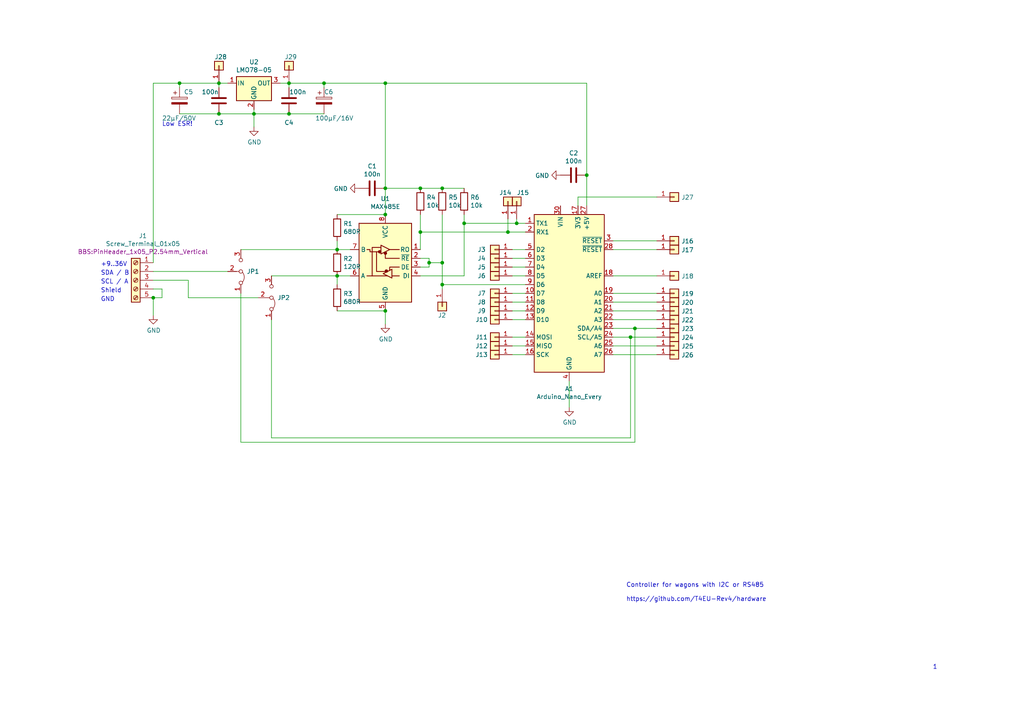
<source format=kicad_sch>
(kicad_sch (version 20211123) (generator eeschema)
  (paper "A4")
  (lib_symbols
    (symbol "Connector:Screw_Terminal_01x05" (pin_names (offset 1.016) hide)
      (property "Reference" "J" (at 0 7.62 0))
      (property "Value" "Screw_Terminal_01x05" (at 0 -7.62 0))
      (symbol "Screw_Terminal_01x05_1_1"
        (rectangle (start -1.27 6.35) (end 1.27 -6.35) (stroke (width 0.254)) (fill (type background)))
        (circle (center 0 -5.08) (radius 0.635) (stroke (width 0.1524)))
        (circle (center 0 -2.54) (radius 0.635) (stroke (width 0.1524)))
        (polyline (pts (xy -0.5334 -4.7498) (xy 0.3302 -5.588)) (stroke (width 0.1524)))
        (polyline (pts (xy -0.5334 -2.2098) (xy 0.3302 -3.048)) (stroke (width 0.1524)))
        (polyline (pts (xy -0.5334 0.3302) (xy 0.3302 -0.508)) (stroke (width 0.1524)))
        (polyline (pts (xy -0.5334 2.8702) (xy 0.3302 2.032)) (stroke (width 0.1524)))
        (polyline (pts (xy -0.5334 5.4102) (xy 0.3302 4.572)) (stroke (width 0.1524)))
        (polyline (pts (xy -0.3556 -4.572) (xy 0.508 -5.4102)) (stroke (width 0.1524)))
        (polyline (pts (xy -0.3556 -2.032) (xy 0.508 -2.8702)) (stroke (width 0.1524)))
        (polyline (pts (xy -0.3556 0.508) (xy 0.508 -0.3302)) (stroke (width 0.1524)))
        (polyline (pts (xy -0.3556 3.048) (xy 0.508 2.2098)) (stroke (width 0.1524)))
        (polyline (pts (xy -0.3556 5.588) (xy 0.508 4.7498)) (stroke (width 0.1524)))
        (circle (center 0 0) (radius 0.635) (stroke (width 0.1524)))
        (circle (center 0 2.54) (radius 0.635) (stroke (width 0.1524)))
        (circle (center 0 5.08) (radius 0.635) (stroke (width 0.1524)))
        (pin passive line (at -5.08 5.08 0) (length 3.81) (name "Pin_1") (number "1"))
        (pin passive line (at -5.08 2.54 0) (length 3.81) (name "Pin_2") (number "2"))
        (pin passive line (at -5.08 0 0) (length 3.81) (name "Pin_3") (number "3"))
        (pin passive line (at -5.08 -2.54 0) (length 3.81) (name "Pin_4") (number "4"))
        (pin passive line (at -5.08 -5.08 0) (length 3.81) (name "Pin_5") (number "5"))
      )
    )
    (symbol "Connector_Generic:Conn_01x01" (pin_names (offset 1.016) hide)
      (property "Reference" "J" (at 0 2.54 0))
      (property "Value" "Conn_01x01" (at 0 -2.54 0))
      (symbol "Conn_01x01_1_1"
        (rectangle (start -1.27 0.127) (end 0 -0.127) (stroke (width 0.1524)))
        (rectangle (start -1.27 1.27) (end 1.27 -1.27) (stroke (width 0.254)) (fill (type background)))
        (pin passive line (at -5.08 0 0) (length 3.81) (name "Pin_1") (number "1"))
      )
    )
    (symbol "Device:C" (pin_numbers hide) (pin_names (offset 0.254))
      (property "Reference" "C" (at 0.635 2.54 0))
      (property "Value" "C" (at 0.635 -2.54 0))
      (symbol "C_0_1"
        (polyline (pts (xy -2.032 -0.762) (xy 2.032 -0.762)) (stroke (width 0.508)))
        (polyline (pts (xy -2.032 0.762) (xy 2.032 0.762)) (stroke (width 0.508)))
      )
      (symbol "C_1_1"
        (pin passive line (at 0 3.81 270) (length 2.794) (name "~") (number "1"))
        (pin passive line (at 0 -3.81 90) (length 2.794) (name "~") (number "2"))
      )
    )
    (symbol "Device:R" (pin_numbers hide) (pin_names (offset 0))
      (property "Reference" "R" (at 2.032 0 90))
      (property "Value" "R" (at 0 0 90))
      (symbol "R_0_1"
        (rectangle (start -1.016 -2.54) (end 1.016 2.54) (stroke (width 0.254)))
      )
      (symbol "R_1_1"
        (pin passive line (at 0 3.81 270) (length 1.27) (name "~") (number "1"))
        (pin passive line (at 0 -3.81 90) (length 1.27) (name "~") (number "2"))
      )
    )
    (symbol "Interface_UART:MAX485E"
      (property "Reference" "U" (at -6.096 11.43 0))
      (property "Value" "MAX485E" (at 0.762 11.43 0))
      (symbol "MAX485E_0_1"
        (rectangle (start -7.62 10.16) (end 7.62 -12.7) (stroke (width 0.254)) (fill (type background)))
        (circle (center -0.3048 -3.683) (radius 0.3556) (stroke (width 0.254)) (fill (type outline)))
        (circle (center -0.0254 1.4986) (radius 0.3556) (stroke (width 0.254)) (fill (type outline)))
        (polyline (pts (xy -4.064 -5.08) (xy -1.905 -5.08)) (stroke (width 0.254)))
        (polyline (pts (xy -4.064 2.54) (xy -1.27 2.54)) (stroke (width 0.254)))
        (polyline (pts (xy -1.27 -3.2004) (xy -1.27 -3.4544)) (stroke (width 0.254)))
        (polyline (pts (xy -0.635 -5.08) (xy 5.334 -5.08)) (stroke (width 0.254)))
        (polyline (pts (xy -4.064 -2.54) (xy -1.27 -2.54) (xy -1.27 -3.175)) (stroke (width 0.254)))
        (polyline (pts (xy 0 1.27) (xy 0 0) (xy -4.064 0)) (stroke (width 0.254)))
        (polyline (pts (xy 1.27 3.175) (xy 3.81 3.175) (xy 3.81 -5.08)) (stroke (width 0.254)))
        (polyline (pts (xy 2.54 1.905) (xy 2.54 -3.81) (xy 0 -3.81)) (stroke (width 0.254)))
        (polyline (pts (xy -1.905 -3.175) (xy -1.905 -5.715) (xy 0.635 -4.445) (xy -1.905 -3.175)) (stroke (width 0.254)))
        (polyline (pts (xy -1.27 2.54) (xy 1.27 3.81) (xy 1.27 1.27) (xy -1.27 2.54)) (stroke (width 0.254)))
        (polyline (pts (xy 1.905 1.905) (xy 4.445 1.905) (xy 4.445 2.54) (xy 5.334 2.54)) (stroke (width 0.254)))
        (rectangle (start 1.27 3.175) (end 1.27 3.175))
        (circle (center 1.651 1.905) (radius 0.3556) (stroke (width 0.254)) (fill (type outline)))
      )
      (symbol "MAX485E_1_1"
        (pin output line (at -10.16 2.54 0) (length 2.54) (name "RO") (number "1"))
        (pin input line (at -10.16 0 0) (length 2.54) (name "~{RE}") (number "2"))
        (pin input line (at -10.16 -2.54 0) (length 2.54) (name "DE") (number "3"))
        (pin input line (at -10.16 -5.08 0) (length 2.54) (name "DI") (number "4"))
        (pin power_in line (at 0 -15.24 90) (length 2.54) (name "GND") (number "5"))
        (pin bidirectional line (at 10.16 -5.08 180) (length 2.54) (name "A") (number "6"))
        (pin bidirectional line (at 10.16 2.54 180) (length 2.54) (name "B") (number "7"))
        (pin power_in line (at 0 12.7 270) (length 2.54) (name "VCC") (number "8"))
      )
    )
    (symbol "MCU_Module:Arduino_Nano_Every"
      (property "Reference" "A" (at -10.16 23.495 0))
      (property "Value" "Arduino_Nano_Every" (at 5.08 -24.13 0))
      (symbol "Arduino_Nano_Every_0_1"
        (rectangle (start -10.16 22.86) (end 10.16 -22.86) (stroke (width 0.254)) (fill (type background)))
      )
      (symbol "Arduino_Nano_Every_1_1"
        (pin bidirectional line (at -12.7 20.32 0) (length 2.54) (name "TX1") (number "1"))
        (pin bidirectional line (at -12.7 0 0) (length 2.54) (name "D7") (number "10"))
        (pin bidirectional line (at -12.7 -2.54 0) (length 2.54) (name "D8") (number "11"))
        (pin bidirectional line (at -12.7 -5.08 0) (length 2.54) (name "D9") (number "12"))
        (pin bidirectional line (at -12.7 -7.62 0) (length 2.54) (name "D10") (number "13"))
        (pin bidirectional line (at -12.7 -12.7 0) (length 2.54) (name "MOSI") (number "14"))
        (pin bidirectional line (at -12.7 -15.24 0) (length 2.54) (name "MISO") (number "15"))
        (pin bidirectional line (at -12.7 -17.78 0) (length 2.54) (name "SCK") (number "16"))
        (pin power_out line (at 2.54 25.4 270) (length 2.54) (name "3V3") (number "17"))
        (pin input line (at 12.7 5.08 180) (length 2.54) (name "AREF") (number "18"))
        (pin bidirectional line (at 12.7 0 180) (length 2.54) (name "A0") (number "19"))
        (pin bidirectional line (at -12.7 17.78 0) (length 2.54) (name "RX1") (number "2"))
        (pin bidirectional line (at 12.7 -2.54 180) (length 2.54) (name "A1") (number "20"))
        (pin bidirectional line (at 12.7 -5.08 180) (length 2.54) (name "A2") (number "21"))
        (pin bidirectional line (at 12.7 -7.62 180) (length 2.54) (name "A3") (number "22"))
        (pin bidirectional line (at 12.7 -10.16 180) (length 2.54) (name "SDA/A4") (number "23"))
        (pin bidirectional line (at 12.7 -12.7 180) (length 2.54) (name "SCL/A5") (number "24"))
        (pin bidirectional line (at 12.7 -15.24 180) (length 2.54) (name "A6") (number "25"))
        (pin bidirectional line (at 12.7 -17.78 180) (length 2.54) (name "A7") (number "26"))
        (pin power_out line (at 5.08 25.4 270) (length 2.54) (name "+5V") (number "27"))
        (pin input line (at 12.7 12.7 180) (length 2.54) (name "~{RESET}") (number "28"))
        (pin passive line (at 0 -25.4 90) (length 2.54) hide (name "GND") (number "29"))
        (pin input line (at 12.7 15.24 180) (length 2.54) (name "~{RESET}") (number "3"))
        (pin power_in line (at -2.54 25.4 270) (length 2.54) (name "VIN") (number "30"))
        (pin power_in line (at 0 -25.4 90) (length 2.54) (name "GND") (number "4"))
        (pin bidirectional line (at -12.7 12.7 0) (length 2.54) (name "D2") (number "5"))
        (pin bidirectional line (at -12.7 10.16 0) (length 2.54) (name "D3") (number "6"))
        (pin bidirectional line (at -12.7 7.62 0) (length 2.54) (name "D4") (number "7"))
        (pin bidirectional line (at -12.7 5.08 0) (length 2.54) (name "D5") (number "8"))
        (pin bidirectional line (at -12.7 2.54 0) (length 2.54) (name "D6") (number "9"))
      )
    )
    (symbol "Regulator_Linear:L7805" (pin_names (offset 0.254))
      (property "Reference" "U" (at -3.81 3.175 0))
      (property "Value" "L7805" (at 0 3.175 0))
      (symbol "L7805_0_1"
        (rectangle (start -5.08 1.905) (end 5.08 -5.08) (stroke (width 0.254)) (fill (type background)))
      )
      (symbol "L7805_1_1"
        (pin power_in line (at -7.62 0 0) (length 2.54) (name "IN") (number "1"))
        (pin power_in line (at 0 -7.62 90) (length 2.54) (name "GND") (number "2"))
        (pin power_out line (at 7.62 0 180) (length 2.54) (name "OUT") (number "3"))
      )
    )
    (symbol "Wagon-rescue:CP-Device" (pin_numbers hide) (pin_names (offset 0.254))
      (property "Reference" "C" (at 0.635 2.54 0))
      (property "Value" "CP-Device" (at 0.635 -2.54 0))
      (symbol "CP-Device_0_1"
        (rectangle (start -2.286 0.508) (end 2.286 1.016))
        (polyline (pts (xy -1.778 2.286) (xy -0.762 2.286)))
        (polyline (pts (xy -1.27 2.794) (xy -1.27 1.778)))
        (rectangle (start 2.286 -0.508) (end -2.286 -1.016) (fill (type outline)))
      )
      (symbol "CP-Device_1_1"
        (pin passive line (at 0 3.81 270) (length 2.794) (name "~") (number "1"))
        (pin passive line (at 0 -3.81 90) (length 2.794) (name "~") (number "2"))
      )
    )
    (symbol "Wagon-rescue:Jumper_3_Bridged12-Jumper" (pin_names (offset 0) hide)
      (property "Reference" "JP" (at -2.54 -2.54 0))
      (property "Value" "Jumper_3_Bridged12-Jumper" (at 0 2.794 0))
      (symbol "Jumper_3_Bridged12-Jumper_0_0"
        (circle (center -3.302 0) (radius 0.508))
        (circle (center 0 0) (radius 0.508))
        (circle (center 3.302 0) (radius 0.508))
      )
      (symbol "Jumper_3_Bridged12-Jumper_0_1"
        (arc (start -0.254 0.508) (mid -1.651 0.9912) (end -3.048 0.508))
        (polyline (pts (xy 0 -1.27) (xy 0 -0.508)))
      )
      (symbol "Jumper_3_Bridged12-Jumper_1_1"
        (pin passive line (at -6.35 0 0) (length 2.54) (name "A") (number "1"))
        (pin input line (at 0 -3.81 90) (length 2.54) (name "C") (number "2"))
        (pin passive line (at 6.35 0 180) (length 2.54) (name "B") (number "3"))
      )
    )
    (symbol "power:GND" (power) (pin_names (offset 0))
      (property "Value" "GND" (at 0 -3.81 0))
      (symbol "GND_0_1"
        (polyline (pts (xy 0 0) (xy 0 -1.27) (xy 1.27 -1.27) (xy 0 -2.54) (xy -1.27 -1.27) (xy 0 -1.27)))
      )
      (symbol "GND_1_1"
        (pin power_in line (at 0 0 270) (length 0) hide (name "GND") (number "1"))
      )
    )
  )
  (junction (at 111.76 54.61))
  (junction (at 97.79 72.39))
  (junction (at 52.07 24.13))
  (junction (at 63.5 33.02))
  (junction (at 134.62 64.77))
  (junction (at 128.27 54.61))
  (junction (at 184.15 95.25))
  (junction (at 93.98 24.13))
  (junction (at 128.27 76.2))
  (junction (at 63.5 24.13))
  (junction (at 97.79 80.01))
  (junction (at 149.86 64.77))
  (junction (at 83.82 24.13))
  (junction (at 111.76 90.17))
  (junction (at 170.18 50.8))
  (junction (at 111.76 24.13))
  (junction (at 44.45 86.36))
  (junction (at 111.76 62.23))
  (junction (at 147.32 67.31))
  (junction (at 83.82 33.02))
  (junction (at 121.92 67.31))
  (junction (at 121.92 54.61))
  (junction (at 73.66 33.02))
  (junction (at 128.27 82.55))
  (junction (at 124.46 76.2))
  (junction (at 182.88 97.79))
  (wire (pts (xy 93.98 33.02) (xy 83.82 33.02)))
  (wire (pts (xy 128.27 62.23) (xy 128.27 76.2)))
  (wire (pts (xy 121.92 62.23) (xy 121.92 67.31)))
  (wire (pts (xy 44.45 78.74) (xy 66.04 78.74)))
  (wire (pts (xy 111.76 90.17) (xy 111.76 93.98)))
  (wire (pts (xy 52.07 25.4) (xy 52.07 24.13)))
  (wire (pts (xy 190.5 57.15) (xy 167.64 57.15)))
  (wire (pts (xy 128.27 54.61) (xy 134.62 54.61)))
  (wire (pts (xy 148.59 74.93) (xy 152.4 74.93)))
  (wire (pts (xy 148.59 80.01) (xy 152.4 80.01)))
  (wire (pts (xy 111.76 54.61) (xy 121.92 54.61)))
  (wire (pts (xy 121.92 54.61) (xy 128.27 54.61)))
  (wire (pts (xy 128.27 76.2) (xy 124.46 76.2)))
  (wire (pts (xy 134.62 62.23) (xy 134.62 64.77)))
  (wire (pts (xy 97.79 69.85) (xy 97.79 72.39)))
  (wire (pts (xy 170.18 24.13) (xy 170.18 50.8)))
  (wire (pts (xy 111.76 24.13) (xy 170.18 24.13)))
  (wire (pts (xy 177.8 92.71) (xy 190.5 92.71)))
  (wire (pts (xy 46.99 86.36) (xy 44.45 86.36)))
  (wire (pts (xy 52.07 24.13) (xy 63.5 24.13)))
  (wire (pts (xy 170.18 50.8) (xy 170.18 59.69)))
  (wire (pts (xy 182.88 97.79) (xy 190.5 97.79)))
  (wire (pts (xy 44.45 24.13) (xy 52.07 24.13)))
  (wire (pts (xy 177.8 97.79) (xy 182.88 97.79)))
  (wire (pts (xy 148.59 77.47) (xy 152.4 77.47)))
  (wire (pts (xy 78.74 80.01) (xy 97.79 80.01)))
  (wire (pts (xy 148.59 100.33) (xy 152.4 100.33)))
  (wire (pts (xy 148.59 85.09) (xy 152.4 85.09)))
  (wire (pts (xy 148.59 97.79) (xy 152.4 97.79)))
  (wire (pts (xy 124.46 76.2) (xy 124.46 77.47)))
  (wire (pts (xy 177.8 87.63) (xy 190.5 87.63)))
  (wire (pts (xy 134.62 64.77) (xy 134.62 80.01)))
  (wire (pts (xy 63.5 24.13) (xy 66.04 24.13)))
  (wire (pts (xy 177.8 85.09) (xy 190.5 85.09)))
  (wire (pts (xy 182.88 97.79) (xy 182.88 127)))
  (wire (pts (xy 78.74 127) (xy 182.88 127)))
  (wire (pts (xy 121.92 67.31) (xy 121.92 72.39)))
  (wire (pts (xy 44.45 81.28) (xy 54.61 81.28)))
  (wire (pts (xy 73.66 31.75) (xy 73.66 33.02)))
  (wire (pts (xy 83.82 24.13) (xy 83.82 25.4)))
  (wire (pts (xy 152.4 82.55) (xy 128.27 82.55)))
  (wire (pts (xy 149.86 63.5) (xy 149.86 64.77)))
  (wire (pts (xy 44.45 24.13) (xy 44.45 76.2)))
  (wire (pts (xy 177.8 69.85) (xy 190.5 69.85)))
  (wire (pts (xy 148.59 102.87) (xy 152.4 102.87)))
  (wire (pts (xy 177.8 72.39) (xy 190.5 72.39)))
  (wire (pts (xy 167.64 57.15) (xy 167.64 59.69)))
  (wire (pts (xy 134.62 80.01) (xy 121.92 80.01)))
  (wire (pts (xy 177.8 90.17) (xy 190.5 90.17)))
  (wire (pts (xy 46.99 83.82) (xy 46.99 86.36)))
  (wire (pts (xy 44.45 86.36) (xy 44.45 91.44)))
  (wire (pts (xy 124.46 77.47) (xy 121.92 77.47)))
  (wire (pts (xy 63.5 25.4) (xy 63.5 24.13)))
  (wire (pts (xy 184.15 95.25) (xy 190.5 95.25)))
  (wire (pts (xy 147.32 63.5) (xy 147.32 67.31)))
  (wire (pts (xy 177.8 102.87) (xy 190.5 102.87)))
  (wire (pts (xy 54.61 86.36) (xy 74.93 86.36)))
  (wire (pts (xy 69.85 128.27) (xy 184.15 128.27)))
  (wire (pts (xy 128.27 82.55) (xy 128.27 76.2)))
  (wire (pts (xy 97.79 72.39) (xy 101.6 72.39)))
  (wire (pts (xy 97.79 80.01) (xy 97.79 82.55)))
  (wire (pts (xy 78.74 92.71) (xy 78.74 127)))
  (wire (pts (xy 69.85 72.39) (xy 97.79 72.39)))
  (wire (pts (xy 149.86 64.77) (xy 134.62 64.77)))
  (wire (pts (xy 101.6 80.01) (xy 97.79 80.01)))
  (wire (pts (xy 83.82 33.02) (xy 73.66 33.02)))
  (wire (pts (xy 184.15 95.25) (xy 184.15 128.27)))
  (wire (pts (xy 111.76 54.61) (xy 111.76 62.23)))
  (wire (pts (xy 63.5 33.02) (xy 73.66 33.02)))
  (wire (pts (xy 124.46 74.93) (xy 124.46 76.2)))
  (wire (pts (xy 111.76 24.13) (xy 111.76 54.61)))
  (wire (pts (xy 165.1 110.49) (xy 165.1 118.11)))
  (wire (pts (xy 121.92 67.31) (xy 147.32 67.31)))
  (wire (pts (xy 128.27 83.82) (xy 128.27 82.55)))
  (wire (pts (xy 52.07 33.02) (xy 63.5 33.02)))
  (wire (pts (xy 148.59 72.39) (xy 152.4 72.39)))
  (wire (pts (xy 121.92 74.93) (xy 124.46 74.93)))
  (wire (pts (xy 73.66 33.02) (xy 73.66 36.83)))
  (wire (pts (xy 81.28 24.13) (xy 83.82 24.13)))
  (wire (pts (xy 177.8 80.01) (xy 190.5 80.01)))
  (wire (pts (xy 69.85 85.09) (xy 69.85 128.27)))
  (wire (pts (xy 44.45 83.82) (xy 46.99 83.82)))
  (wire (pts (xy 83.82 24.13) (xy 93.98 24.13)))
  (wire (pts (xy 177.8 95.25) (xy 184.15 95.25)))
  (wire (pts (xy 148.59 90.17) (xy 152.4 90.17)))
  (wire (pts (xy 97.79 90.17) (xy 111.76 90.17)))
  (wire (pts (xy 148.59 87.63) (xy 152.4 87.63)))
  (wire (pts (xy 152.4 64.77) (xy 149.86 64.77)))
  (wire (pts (xy 93.98 24.13) (xy 111.76 24.13)))
  (wire (pts (xy 93.98 25.4) (xy 93.98 24.13)))
  (wire (pts (xy 54.61 81.28) (xy 54.61 86.36)))
  (wire (pts (xy 148.59 92.71) (xy 152.4 92.71)))
  (wire (pts (xy 97.79 62.23) (xy 111.76 62.23)))
  (wire (pts (xy 177.8 100.33) (xy 190.5 100.33)))
  (wire (pts (xy 147.32 67.31) (xy 152.4 67.31)))
  (text "Shield" (at 29.21 85.09 0) (effects (font (size 1.27 1.27)) (justify left bottom)))
  (text "SCL / A" (at 29.21 82.55 0) (effects (font (size 1.27 1.27)) (justify left bottom)))
  (text "GND" (at 29.21 87.63 0) (effects (font (size 1.27 1.27)) (justify left bottom)))
  (text "+9..36V" (at 29.21 77.47 0) (effects (font (size 1.27 1.27)) (justify left bottom)))
  (text "Controller for wagons with I2C or RS485\n\nhttps://github.com/T4EU-Rev4/hardware " (at 181.61 174.625 0) (effects (font (size 1.27 1.27)) (justify left bottom)))
  (text "1" (at 270.51 194.31 0) (effects (font (size 1.27 1.27)) (justify left bottom)))
  (text "SDA / B" (at 29.21 80.01 0) (effects (font (size 1.27 1.27)) (justify left bottom)))
  (text "Low ESR!" (at 46.99 36.83 0) (effects (font (size 1.27 1.27)) (justify left bottom)))
  (symbol (lib_id "MCU_Module:Arduino_Nano_Every") (at 165.1 85.09 0) (unit 1)
    (property "Reference" "A1" (at 165.1 112.7506 0))
    (property "Value" "Arduino_Nano_Every" (at 165.1 115.062 0))
    (property "Footprint" "BBS:Arduino_Nano_WithMountingHoles" (effects hide))
    (property "Datasheet" "https://content.arduino.cc/assets/NANOEveryV3.0_sch.pdf" (effects hide))
  )
  (symbol (lib_id "Interface_UART:MAX485E") (at 111.76 74.93 0) (mirror y) (unit 1)
    (property "Reference" "U1" (at 111.76 57.6326 0))
    (property "Value" "MAX485E" (at 111.76 59.944 0))
    (property "Footprint" "Package_DIP:DIP-8_W7.62mm_LongPads" (effects hide))
    (property "Datasheet" "https://datasheets.maximintegrated.com/en/ds/MAX1487E-MAX491E.pdf" (effects hide))
  )
  (symbol (lib_id "Device:R") (at 121.92 58.42 0) (unit 1)
    (property "Reference" "R4" (at 123.698 57.2516 0) (effects (justify left)))
    (property "Value" "10k" (at 123.698 59.563 0) (effects (justify left)))
    (property "Footprint" "BBS:R_7.5" (effects hide))
  )
  (symbol (lib_id "Device:R") (at 128.27 58.42 0) (unit 1)
    (property "Reference" "R5" (at 130.048 57.2516 0) (effects (justify left)))
    (property "Value" "10k" (at 130.048 59.563 0) (effects (justify left)))
    (property "Footprint" "BBS:R_7.5" (effects hide))
  )
  (symbol (lib_id "Device:R") (at 134.62 58.42 0) (unit 1)
    (property "Reference" "R6" (at 136.398 57.2516 0) (effects (justify left)))
    (property "Value" "10k" (at 136.398 59.563 0) (effects (justify left)))
    (property "Footprint" "BBS:R_7.5" (effects hide))
  )
  (symbol (lib_id "Device:R") (at 97.79 66.04 0) (unit 1)
    (property "Reference" "R1" (at 99.568 64.8716 0) (effects (justify left)))
    (property "Value" "680R" (at 99.568 67.183 0) (effects (justify left)))
    (property "Footprint" "BBS:R_7.5" (effects hide))
  )
  (symbol (lib_id "Device:R") (at 97.79 76.2 0) (unit 1)
    (property "Reference" "R2" (at 99.568 75.0316 0) (effects (justify left)))
    (property "Value" "120R" (at 99.568 77.343 0) (effects (justify left)))
    (property "Footprint" "BBS:R_7.5" (effects hide))
  )
  (symbol (lib_id "Device:R") (at 97.79 86.36 0) (unit 1)
    (property "Reference" "R3" (at 99.568 85.1916 0) (effects (justify left)))
    (property "Value" "680R" (at 99.568 87.503 0) (effects (justify left)))
    (property "Footprint" "BBS:R_7.5" (effects hide))
  )
  (symbol (lib_id "Connector:Screw_Terminal_01x05") (at 39.37 81.28 0) (mirror y) (unit 1)
    (property "Reference" "J1" (at 41.4528 68.4022 0))
    (property "Value" "Screw_Terminal_01x05" (at 41.4528 70.7136 0))
    (property "Footprint" "BBS:PinHeader_1x05_P2.54mm_Vertical" (at 41.4528 73.025 0))
  )
  (symbol (lib_id "Device:C") (at 107.95 54.61 270) (unit 1)
    (property "Reference" "C1" (at 107.95 48.2092 90))
    (property "Value" "100n" (at 107.95 50.5206 90))
    (property "Footprint" "BBS:C_Rect_L7.0mm_W2.0mm_P5.00mm" (effects hide))
  )
  (symbol (lib_id "power:GND") (at 111.76 93.98 0) (unit 1)
    (property "Reference" "#PWR0101" (effects hide))
    (property "Value" "GND" (at 111.887 98.3742 0))
  )
  (symbol (lib_id "power:GND") (at 104.14 54.61 270) (unit 1)
    (property "Reference" "#PWR0102" (effects hide))
    (property "Value" "GND" (at 100.8888 54.737 90) (effects (justify right)))
  )
  (symbol (lib_id "power:GND") (at 44.45 91.44 0) (unit 1)
    (property "Reference" "#PWR0103" (effects hide))
    (property "Value" "GND" (at 44.577 95.8342 0))
  )
  (symbol (lib_id "power:GND") (at 73.66 36.83 0) (unit 1)
    (property "Reference" "#PWR0104" (effects hide))
    (property "Value" "GND" (at 73.787 41.2242 0))
  )
  (symbol (lib_id "Device:C") (at 166.37 50.8 90) (unit 1)
    (property "Reference" "C2" (at 166.37 44.3992 90))
    (property "Value" "100n" (at 166.37 46.7106 90))
    (property "Footprint" "BBS:C_Rect_L7.0mm_W2.0mm_P5.00mm" (effects hide))
  )
  (symbol (lib_id "power:GND") (at 162.56 50.8 270) (unit 1)
    (property "Reference" "#PWR0105" (effects hide))
    (property "Value" "GND" (at 159.3088 50.927 90) (effects (justify right)))
  )
  (symbol (lib_id "power:GND") (at 165.1 118.11 0) (unit 1)
    (property "Reference" "#PWR0106" (effects hide))
    (property "Value" "GND" (at 165.227 122.5042 0))
  )
  (symbol (lib_id "Wagon-rescue:Jumper_3_Bridged12-Jumper") (at 69.85 78.74 270) (mirror x) (unit 1)
    (property "Reference" "JP1" (at 71.5518 78.74 90) (effects (justify left)))
    (property "Value" "Jumper_3_Bridged12" (effects hide))
    (property "Footprint" "BBS:PinHeader_1x03_P2.54mm_Vertical" (effects hide))
  )
  (symbol (lib_id "Wagon-rescue:Jumper_3_Bridged12-Jumper") (at 78.74 86.36 270) (mirror x) (unit 1)
    (property "Reference" "JP2" (at 80.4418 86.36 90) (effects (justify left)))
    (property "Value" "Jumper_3_Bridged12" (effects hide))
    (property "Footprint" "BBS:PinHeader_1x03_P2.54mm_Vertical" (effects hide))
  )
  (symbol (lib_id "Connector_Generic:Conn_01x01") (at 195.58 69.85 0) (unit 1)
    (property "Reference" "J16" (at 197.612 69.9516 0) (effects (justify left)))
    (property "Value" "Conn_01x01" (effects hide))
    (property "Footprint" "BBS:TestPoint_THTPad_1.5x1.5mm_Drill0.7mm" (effects hide))
  )
  (symbol (lib_id "Connector_Generic:Conn_01x01") (at 195.58 72.39 0) (unit 1)
    (property "Reference" "J17" (at 197.612 72.4916 0) (effects (justify left)))
    (property "Value" "Conn_01x01" (effects hide))
    (property "Footprint" "BBS:TestPoint_THTPad_1.5x1.5mm_Drill0.7mm" (effects hide))
  )
  (symbol (lib_id "Connector_Generic:Conn_01x01") (at 195.58 80.01 0) (unit 1)
    (property "Reference" "J18" (at 197.612 80.1116 0) (effects (justify left)))
    (property "Value" "Conn_01x01" (effects hide))
    (property "Footprint" "BBS:TestPoint_THTPad_1.5x1.5mm_Drill0.7mm" (effects hide))
  )
  (symbol (lib_id "Connector_Generic:Conn_01x01") (at 195.58 85.09 0) (unit 1)
    (property "Reference" "J19" (at 197.612 85.1916 0) (effects (justify left)))
    (property "Value" "Conn_01x01" (effects hide))
    (property "Footprint" "BBS:TestPoint_THTPad_1.5x1.5mm_Drill0.7mm" (effects hide))
  )
  (symbol (lib_id "Connector_Generic:Conn_01x01") (at 195.58 87.63 0) (unit 1)
    (property "Reference" "J20" (at 197.612 87.7316 0) (effects (justify left)))
    (property "Value" "Conn_01x01" (effects hide))
    (property "Footprint" "BBS:TestPoint_THTPad_1.5x1.5mm_Drill0.7mm" (effects hide))
  )
  (symbol (lib_id "Connector_Generic:Conn_01x01") (at 195.58 90.17 0) (unit 1)
    (property "Reference" "J21" (at 197.612 90.2716 0) (effects (justify left)))
    (property "Value" "Conn_01x01" (effects hide))
    (property "Footprint" "BBS:TestPoint_THTPad_1.5x1.5mm_Drill0.7mm" (effects hide))
  )
  (symbol (lib_id "Connector_Generic:Conn_01x01") (at 195.58 92.71 0) (unit 1)
    (property "Reference" "J22" (at 197.612 92.8116 0) (effects (justify left)))
    (property "Value" "Conn_01x01" (effects hide))
    (property "Footprint" "BBS:TestPoint_THTPad_1.5x1.5mm_Drill0.7mm" (effects hide))
  )
  (symbol (lib_id "Connector_Generic:Conn_01x01") (at 195.58 95.25 0) (unit 1)
    (property "Reference" "J23" (at 197.612 95.3516 0) (effects (justify left)))
    (property "Value" "Conn_01x01" (effects hide))
    (property "Footprint" "BBS:TestPoint_THTPad_1.5x1.5mm_Drill0.7mm" (effects hide))
  )
  (symbol (lib_id "Connector_Generic:Conn_01x01") (at 195.58 97.79 0) (unit 1)
    (property "Reference" "J24" (at 197.612 97.8916 0) (effects (justify left)))
    (property "Value" "Conn_01x01" (effects hide))
    (property "Footprint" "BBS:TestPoint_THTPad_1.5x1.5mm_Drill0.7mm" (effects hide))
  )
  (symbol (lib_id "Connector_Generic:Conn_01x01") (at 195.58 100.33 0) (unit 1)
    (property "Reference" "J25" (at 197.612 100.4316 0) (effects (justify left)))
    (property "Value" "Conn_01x01" (effects hide))
    (property "Footprint" "BBS:TestPoint_THTPad_1.5x1.5mm_Drill0.7mm" (effects hide))
  )
  (symbol (lib_id "Connector_Generic:Conn_01x01") (at 195.58 102.87 0) (unit 1)
    (property "Reference" "J26" (at 197.612 102.9716 0) (effects (justify left)))
    (property "Value" "Conn_01x01" (effects hide))
    (property "Footprint" "BBS:TestPoint_THTPad_1.5x1.5mm_Drill0.7mm" (effects hide))
  )
  (symbol (lib_id "Connector_Generic:Conn_01x01") (at 143.51 97.79 180) (unit 1)
    (property "Reference" "J11" (at 139.7 97.79 0))
    (property "Value" "Conn_01x01" (effects hide))
    (property "Footprint" "BBS:TestPoint_THTPad_1.5x1.5mm_Drill0.7mm" (effects hide))
  )
  (symbol (lib_id "Connector_Generic:Conn_01x01") (at 143.51 100.33 180) (unit 1)
    (property "Reference" "J12" (at 139.7 100.33 0))
    (property "Value" "Conn_01x01" (effects hide))
    (property "Footprint" "BBS:TestPoint_THTPad_1.5x1.5mm_Drill0.7mm" (effects hide))
  )
  (symbol (lib_id "Connector_Generic:Conn_01x01") (at 143.51 102.87 180) (unit 1)
    (property "Reference" "J13" (at 139.7 102.87 0))
    (property "Value" "Conn_01x01" (effects hide))
    (property "Footprint" "BBS:TestPoint_THTPad_1.5x1.5mm_Drill0.7mm" (effects hide))
  )
  (symbol (lib_id "Connector_Generic:Conn_01x01") (at 143.51 92.71 180) (unit 1)
    (property "Reference" "J10" (at 139.7 92.71 0))
    (property "Value" "Conn_01x01" (effects hide))
    (property "Footprint" "BBS:TestPoint_THTPad_1.5x1.5mm_Drill0.7mm" (effects hide))
  )
  (symbol (lib_id "Connector_Generic:Conn_01x01") (at 143.51 90.17 180) (unit 1)
    (property "Reference" "J9" (at 139.7 90.17 0))
    (property "Value" "Conn_01x01" (effects hide))
    (property "Footprint" "BBS:TestPoint_THTPad_1.5x1.5mm_Drill0.7mm" (effects hide))
  )
  (symbol (lib_id "Connector_Generic:Conn_01x01") (at 143.51 87.63 180) (unit 1)
    (property "Reference" "J8" (at 139.7 87.63 0))
    (property "Value" "Conn_01x01" (effects hide))
    (property "Footprint" "BBS:TestPoint_THTPad_1.5x1.5mm_Drill0.7mm" (effects hide))
  )
  (symbol (lib_id "Connector_Generic:Conn_01x01") (at 143.51 85.09 180) (unit 1)
    (property "Reference" "J7" (at 139.7 85.09 0))
    (property "Value" "Conn_01x01" (effects hide))
    (property "Footprint" "BBS:TestPoint_THTPad_1.5x1.5mm_Drill0.7mm" (effects hide))
  )
  (symbol (lib_id "Connector_Generic:Conn_01x01") (at 143.51 80.01 180) (unit 1)
    (property "Reference" "J6" (at 139.7 80.01 0))
    (property "Value" "Conn_01x01" (effects hide))
    (property "Footprint" "BBS:TestPoint_THTPad_1.5x1.5mm_Drill0.7mm" (effects hide))
  )
  (symbol (lib_id "Connector_Generic:Conn_01x01") (at 143.51 77.47 180) (unit 1)
    (property "Reference" "J5" (at 139.7 77.47 0))
    (property "Value" "Conn_01x01" (effects hide))
    (property "Footprint" "BBS:TestPoint_THTPad_1.5x1.5mm_Drill0.7mm" (effects hide))
  )
  (symbol (lib_id "Connector_Generic:Conn_01x01") (at 143.51 74.93 180) (unit 1)
    (property "Reference" "J4" (at 139.7 74.93 0))
    (property "Value" "Conn_01x01" (effects hide))
    (property "Footprint" "BBS:TestPoint_THTPad_1.5x1.5mm_Drill0.7mm" (effects hide))
  )
  (symbol (lib_id "Connector_Generic:Conn_01x01") (at 143.51 72.39 180) (unit 1)
    (property "Reference" "J3" (at 139.7 72.39 0))
    (property "Value" "Conn_01x01" (effects hide))
    (property "Footprint" "BBS:TestPoint_THTPad_1.5x1.5mm_Drill0.7mm" (effects hide))
  )
  (symbol (lib_id "Connector_Generic:Conn_01x01") (at 149.86 58.42 90) (unit 1)
    (property "Reference" "J15" (at 149.86 55.88 90) (effects (justify right)))
    (property "Value" "Conn_01x01" (effects hide))
    (property "Footprint" "BBS:TestPoint_THTPad_1.5x1.5mm_Drill0.7mm" (effects hide))
  )
  (symbol (lib_id "Connector_Generic:Conn_01x01") (at 147.32 58.42 90) (unit 1)
    (property "Reference" "J14" (at 144.78 55.88 90) (effects (justify right)))
    (property "Value" "Conn_01x01" (effects hide))
    (property "Footprint" "BBS:TestPoint_THTPad_1.5x1.5mm_Drill0.7mm" (effects hide))
  )
  (symbol (lib_id "Connector_Generic:Conn_01x01") (at 128.27 88.9 270) (unit 1)
    (property "Reference" "J2" (at 127 91.44 90) (effects (justify left)))
    (property "Value" "Conn_01x01" (effects hide))
    (property "Footprint" "BBS:TestPoint_THTPad_1.5x1.5mm_Drill0.7mm" (effects hide))
  )
  (symbol (lib_id "Connector_Generic:Conn_01x01") (at 195.58 57.15 0) (unit 1)
    (property "Reference" "J27" (at 197.612 57.2516 0) (effects (justify left)))
    (property "Value" "Conn_01x01" (effects hide))
    (property "Footprint" "BBS:TestPoint_THTPad_1.5x1.5mm_Drill0.7mm" (effects hide))
  )
  (symbol (lib_id "Regulator_Linear:L7805") (at 73.66 24.13 0) (unit 1)
    (property "Reference" "U2" (at 73.66 17.9832 0))
    (property "Value" "LMO78-05" (at 73.66 20.2946 0))
    (property "Footprint" "BBS:TO-220-3_Vertical" (effects hide))
    (property "Datasheet" "http://www.st.com/content/ccc/resource/technical/document/datasheet/41/4f/b3/b0/12/d4/47/88/CD00000444.pdf/files/CD00000444.pdf/jcr:content/translations/en.CD00000444.pdf" (effects hide))
  )
  (symbol (lib_id "Device:C") (at 63.5 29.21 0) (unit 1)
    (property "Reference" "C3" (at 63.5 35.56 0))
    (property "Value" "100n" (at 60.96 26.67 0))
    (property "Footprint" "BBS:C_Rect_L7.0mm_W2.0mm_P5.00mm" (effects hide))
  )
  (symbol (lib_id "Device:C") (at 83.82 29.21 180) (unit 1)
    (property "Reference" "C4" (at 83.82 35.56 0))
    (property "Value" "100n" (at 86.36 26.67 0))
    (property "Footprint" "BBS:C_Rect_L7.0mm_W2.0mm_P5.00mm" (effects hide))
  )
  (symbol (lib_id "Connector_Generic:Conn_01x01") (at 63.5 19.05 90) (unit 1)
    (property "Reference" "J28" (at 62.23 16.51 90) (effects (justify right)))
    (property "Value" "Conn_01x01" (effects hide))
    (property "Footprint" "BBS:TestPoint_THTPad_1.5x1.5mm_Drill0.7mm" (effects hide))
  )
  (symbol (lib_id "Connector_Generic:Conn_01x01") (at 83.82 19.05 90) (unit 1)
    (property "Reference" "J29" (at 82.55 16.51 90) (effects (justify right)))
    (property "Value" "Conn_01x01" (effects hide))
    (property "Footprint" "BBS:TestPoint_THTPad_1.5x1.5mm_Drill0.7mm" (effects hide))
  )
  (symbol (lib_id "Wagon-rescue:CP-Device") (at 52.07 29.21 0) (unit 1)
    (property "Reference" "C5" (at 53.34 26.67 0) (effects (justify left)))
    (property "Value" "22µF/50V" (at 46.99 34.29 0) (effects (justify left)))
    (property "Footprint" "BBS:CP_Radial_D6.3mm_P2.50mm" (effects hide))
  )
  (symbol (lib_id "Wagon-rescue:CP-Device") (at 93.98 29.21 0) (unit 1)
    (property "Reference" "C6" (at 93.98 26.67 0) (effects (justify left)))
    (property "Value" "100µF/16V" (at 91.44 34.29 0) (effects (justify left)))
    (property "Footprint" "BBS:CP_Radial_D6.3mm_P2.50mm" (effects hide))
  )
)
</source>
